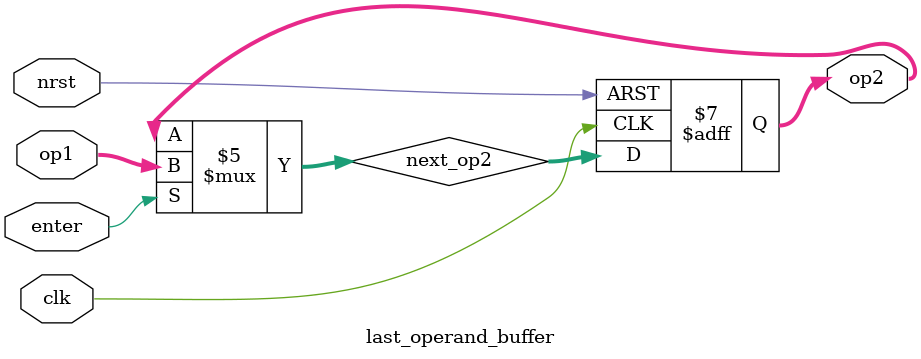
<source format=sv>
module last_operand_buffer(
    input logic [8:0] op1,
    input logic enter, clk, nrst,
    output logic [8:0] op2

);

    logic [8:0] next_op2;
    always_ff @(posedge clk, negedge nrst) begin
        if(~nrst)
            op2 <= 0;
        else
            op2 <= next_op2;
    end

    always_comb begin
        if(enter)
            next_op2 = op1;
        else
            next_op2 = op2;
    end



endmodule
</source>
